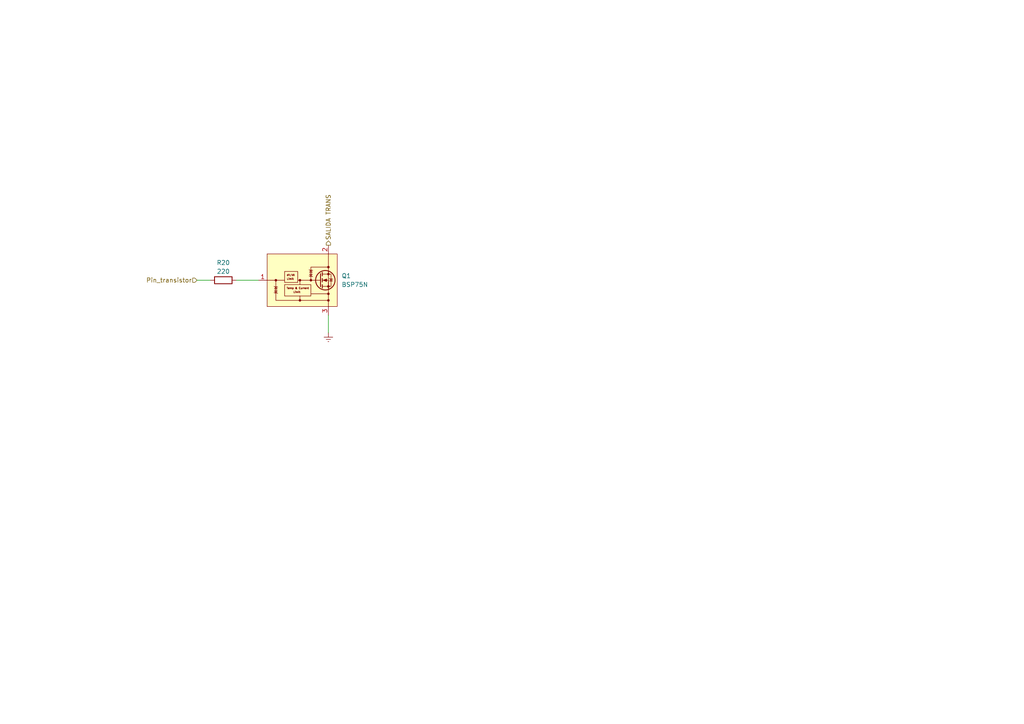
<source format=kicad_sch>
(kicad_sch (version 20230121) (generator eeschema)
  (paper "A4")
  (lib_symbols
    (symbol "Device:R" (pin_numbers hide) (pin_names (offset 0))
      (property "Reference" "R" (at 2.032 0 90))
      (property "Value" "R" (at 0 0 90))
      (symbol "R_0_1"
        (rectangle (start -1.016 -2.54) (end 1.016 2.54) (stroke (width 0.254)))
      )
      (symbol "R_1_1"
        (pin passive line (at 0 3.81 270) (length 1.27) (name "~") (number "1"))
        (pin passive line (at 0 -3.81 90) (length 1.27) (name "~") (number "2"))
      )
    )
    (symbol "Driver_FET:BSP75N" (pin_names (offset 0) hide)
      (property "Reference" "Q" (at 5.08 8.89 0))
      (property "Value" "BSP75N" (at -10.16 8.89 0))
      (symbol "BSP75N_0_0"
        (rectangle (start -10.16 7.62) (end 10.16 -7.62) (fill (type background)))
        (polyline (pts (xy 7.62 2.54) (xy 7.62 -7.62)))
        (polyline (pts (xy 7.62 2.54) (xy 7.62 7.62)))
        (polyline (pts (xy -0.635 -1.27) (xy -0.635 -0.635) (xy -0.635 0)))
        (polyline (pts (xy 2.54 0) (xy 2.54 3.81) (xy 7.62 3.81)))
        (polyline (pts (xy 7.62 -5.842) (xy -0.635 -5.842) (xy -0.635 -4.572)))
        (polyline (pts (xy -0.635 -5.842) (xy -7.62 -5.842) (xy -7.62 0) (xy -5.08 0)))
        (text "Limit" (at -1.524 -3.429 0) (effects (font (size 0.5334 0.5334))))
        (text "Temp & Current" (at -1.27 -2.286 0) (effects (font (size 0.5334 0.5334))))
      )
      (symbol "BSP75N_0_1"
        (rectangle (start -5.08 -1.27) (end 2.54 -4.572))
        (polyline (pts (xy -7.62 0) (xy -10.16 0)))
        (polyline (pts (xy 7.62 -3.937) (xy 2.667 -3.937)))
      )
      (symbol "BSP75N_1_1"
        (circle (center -7.62 0) (radius 0.2794) (fill (type outline)))
        (rectangle (start -5.08 2.54) (end -1.27 -0.635))
        (circle (center -0.635 -5.842) (radius 0.2794) (fill (type outline)))
        (circle (center -0.635 0) (radius 0.2794) (fill (type outline)))
        (polyline (pts (xy 2.54 0) (xy -1.27 0)))
        (polyline (pts (xy 2.54 0) (xy 5.334 0)))
        (polyline (pts (xy 5.842 -1.778) (xy 7.62 -1.778)))
        (polyline (pts (xy 5.842 -1.27) (xy 5.842 -2.286)) (stroke (width 0.254)))
        (polyline (pts (xy 5.842 0) (xy 7.62 0)))
        (polyline (pts (xy 5.842 0.508) (xy 5.842 -0.508)) (stroke (width 0.254)))
        (polyline (pts (xy 5.842 1.778) (xy 7.62 1.778)))
        (polyline (pts (xy 5.842 2.286) (xy 5.842 1.27)) (stroke (width 0.254)))
        (polyline (pts (xy 7.62 -1.778) (xy 7.62 -2.54)))
        (polyline (pts (xy 7.62 -1.778) (xy 7.62 0)))
        (polyline (pts (xy 7.62 2.54) (xy 7.62 1.778)))
        (polyline (pts (xy 5.334 1.905) (xy 5.334 -1.905) (xy 5.334 -1.905)) (stroke (width 0.254)))
        (polyline (pts (xy -8.128 -1.778) (xy -8.001 -1.905) (xy -7.239 -1.905) (xy -7.112 -2.032)))
        (polyline (pts (xy -7.62 -3.683) (xy -7.239 -3.048) (xy -8.001 -3.048) (xy -7.62 -3.683)))
        (polyline (pts (xy -7.62 -1.905) (xy -8.001 -2.54) (xy -7.239 -2.54) (xy -7.62 -1.905)))
        (polyline (pts (xy -7.112 -3.81) (xy -7.239 -3.683) (xy -8.001 -3.683) (xy -8.128 -3.556)))
        (polyline (pts (xy 2.032 3.048) (xy 2.159 2.921) (xy 2.921 2.921) (xy 3.048 2.794)))
        (polyline (pts (xy 2.54 1.143) (xy 2.921 1.778) (xy 2.159 1.778) (xy 2.54 1.143)))
        (polyline (pts (xy 2.54 2.921) (xy 2.159 2.286) (xy 2.921 2.286) (xy 2.54 2.921)))
        (polyline (pts (xy 3.048 1.016) (xy 2.921 1.143) (xy 2.159 1.143) (xy 2.032 1.27)))
        (polyline (pts (xy 6.096 0) (xy 7.112 0.381) (xy 7.112 -0.381) (xy 6.096 0)) (fill (type outline)))
        (polyline (pts (xy 7.62 -1.778) (xy 8.382 -1.778) (xy 8.382 1.778) (xy 7.62 1.778)))
        (polyline (pts (xy 7.874 0.508) (xy 8.001 0.381) (xy 8.763 0.381) (xy 8.89 0.254)))
        (polyline (pts (xy 8.382 0.381) (xy 8.001 -0.254) (xy 8.763 -0.254) (xy 8.382 0.381)))
        (circle (center 2.54 0) (radius 0.2794) (fill (type outline)))
        (circle (center 6.731 0) (radius 2.8194) (stroke (width 0.254)))
        (circle (center 7.62 -5.842) (radius 0.2794) (fill (type outline)))
        (circle (center 7.62 -3.937) (radius 0.2794) (fill (type outline)))
        (circle (center 7.62 -1.778) (radius 0.2794) (fill (type outline)))
        (circle (center 7.62 1.778) (radius 0.2794) (fill (type outline)))
        (circle (center 7.62 3.81) (radius 0.2794) (fill (type outline)))
        (text "dV/dt" (at -3.302 1.524 0) (effects (font (size 0.5334 0.5334))))
        (text "Limit" (at -3.429 0.381 0) (effects (font (size 0.5334 0.5334))))
        (pin input line (at -12.7 0 0) (length 2.54) (name "G") (number "1"))
        (pin passive line (at 7.62 10.16 270) (length 2.54) (name "D") (number "2"))
        (pin passive line (at 7.62 -10.16 90) (length 2.54) (name "S") (number "3"))
        (pin passive line (at 7.62 -10.16 90) (length 2.54) hide (name "S") (number "4"))
      )
    )
    (symbol "power:Earth" (power) (pin_names (offset 0))
      (symbol "Earth_0_1"
        (polyline (pts (xy -0.635 -1.905) (xy 0.635 -1.905)))
        (polyline (pts (xy -0.127 -2.54) (xy 0.127 -2.54)))
        (polyline (pts (xy 0 -1.27) (xy 0 0)))
        (polyline (pts (xy 1.27 -1.27) (xy -1.27 -1.27)))
      )
      (symbol "Earth_1_1"
        (pin power_in line (at 0 0 270) (length 0) hide (name "Earth") (number "1"))
      )
    )
  )
  (wire (pts (xy 57.15 81.28) (xy 60.96 81.28)))
  (wire (pts (xy 68.58 81.28) (xy 74.93 81.28)))
  (wire (pts (xy 95.25 91.44) (xy 95.25 96.52)))
  (hierarchical_label "Pin_transistor" (shape input) (at 57.15 81.28 180))
  (hierarchical_label "SALIDA TRANS" (shape output) (at 95.25 71.12 90))
  (symbol (lib_id "Device:R") (at 64.77 81.28 90) (unit 1)
    (property "Reference" "R20" (at 64.77 76.2 90))
    (property "Value" "220" (at 64.77 78.74 90))
    (property "Footprint" "Resistor_SMD:R_0603_1608Metric_Pad0.98x0.95mm_HandSolder" (effects hide))
  )
  (symbol (lib_id "power:Earth") (at 95.25 96.52 0) (unit 1)
    (property "Reference" "#PWR04" (effects hide))
    (property "Value" "Earth" (effects hide))
  )
  (symbol (lib_id "Driver_FET:BSP75N") (at 87.63 81.28 0) (unit 1)
    (property "Reference" "Q1" (at 99.06 80.0099 0) (effects (justify left)))
    (property "Value" "BSP75N" (at 99.06 82.5499 0) (effects (justify left)))
    (property "Footprint" "Package_TO_SOT_SMD:SOT-223" (effects hide))
    (property "Datasheet" "https://www.infineon.com/dgdl/Infineon-BSP75N-DS-v01_04-en.pdf?fileId=db3a30431ed1d7b2011f471f5a0256d1" (effects hide))
    (instances (project "KISS" (path "" (reference "Q1") (unit 1)) (path "" (reference "Q6") (unit 1))) (project "KISS_V2" (path "" (reference "Q1") (unit 1))))
  )
)
</source>
